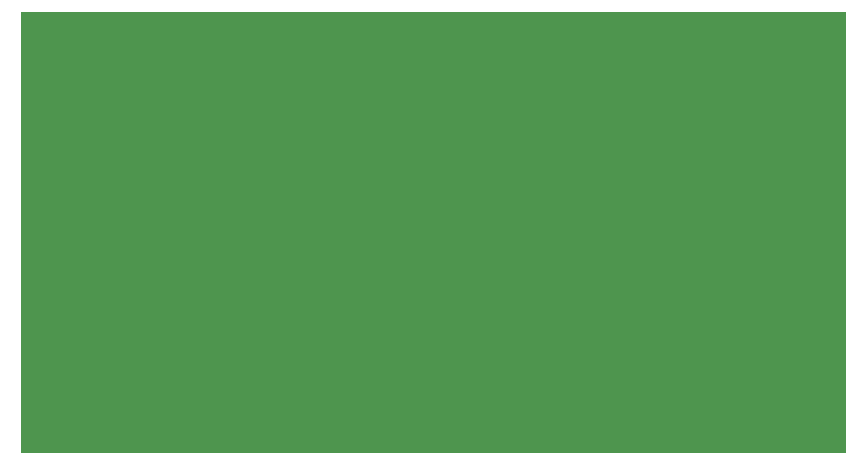
<source format=gbr>
G04 DipTrace 2.4.0.2*
%INBoard.gbr*%
%MOIN*%
%ADD11C,0.0055*%
%FSLAX44Y44*%
G04*
G70*
G90*
G75*
G01*
%LNBoardPoly*%
%LPD*%
G36*
X3937Y3937D2*
D11*
X31417D1*
Y18634D1*
X3937D1*
Y3937D1*
G37*
M02*

</source>
